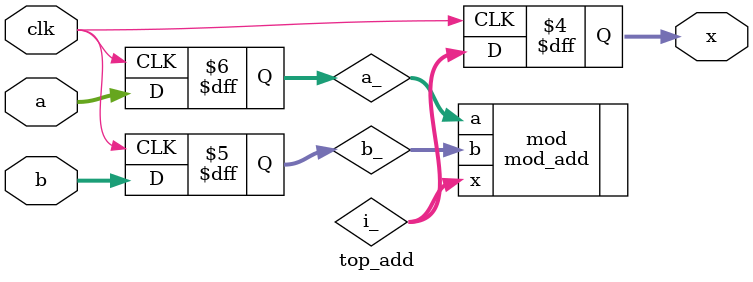
<source format=sv>

module top_add (
  input wire clk,
  input wire [7:0] a,
  input wire [7:0] b,
  output reg [7:0] x
);

  reg [7:0] a_;
  reg [7:0] b_;
  wire [7:0] i_;

  always_ff @ (posedge clk)
    a_ <= a;

  always_ff @ (posedge clk)
    b_ <= b;

  always_ff @ (posedge clk)
    x <= i_;

  mod_add mod (.a(a_), .b(b_), .x(i_));

endmodule

</source>
